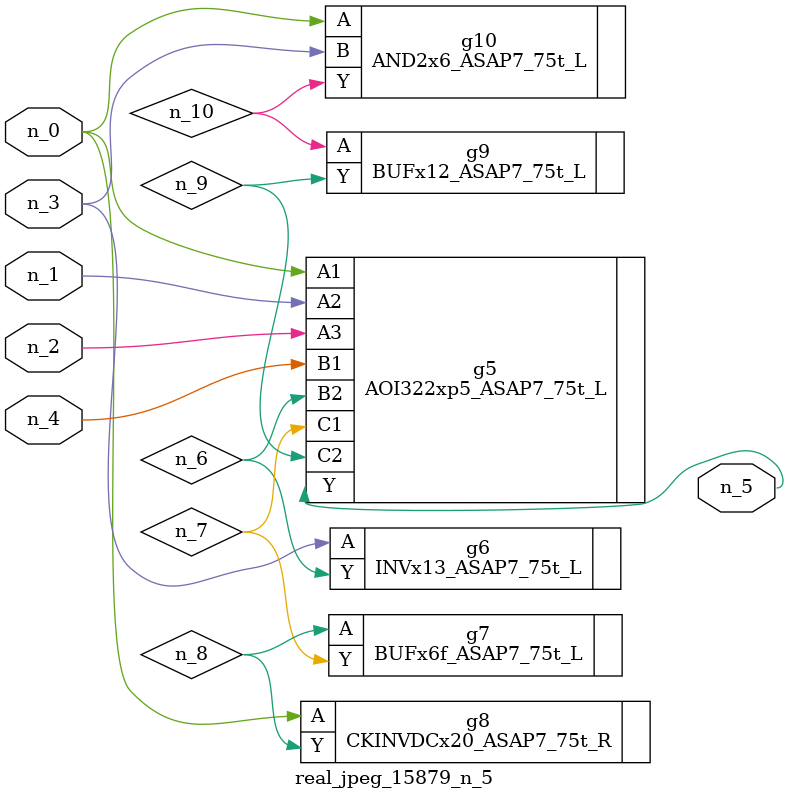
<source format=v>
module real_jpeg_15879_n_5 (n_4, n_0, n_1, n_2, n_3, n_5);

input n_4;
input n_0;
input n_1;
input n_2;
input n_3;

output n_5;

wire n_8;
wire n_6;
wire n_7;
wire n_10;
wire n_9;

AOI322xp5_ASAP7_75t_L g5 ( 
.A1(n_0),
.A2(n_1),
.A3(n_2),
.B1(n_4),
.B2(n_6),
.C1(n_7),
.C2(n_9),
.Y(n_5)
);

CKINVDCx20_ASAP7_75t_R g8 ( 
.A(n_0),
.Y(n_8)
);

AND2x6_ASAP7_75t_L g10 ( 
.A(n_0),
.B(n_3),
.Y(n_10)
);

INVx13_ASAP7_75t_L g6 ( 
.A(n_3),
.Y(n_6)
);

BUFx6f_ASAP7_75t_L g7 ( 
.A(n_8),
.Y(n_7)
);

BUFx12_ASAP7_75t_L g9 ( 
.A(n_10),
.Y(n_9)
);


endmodule
</source>
